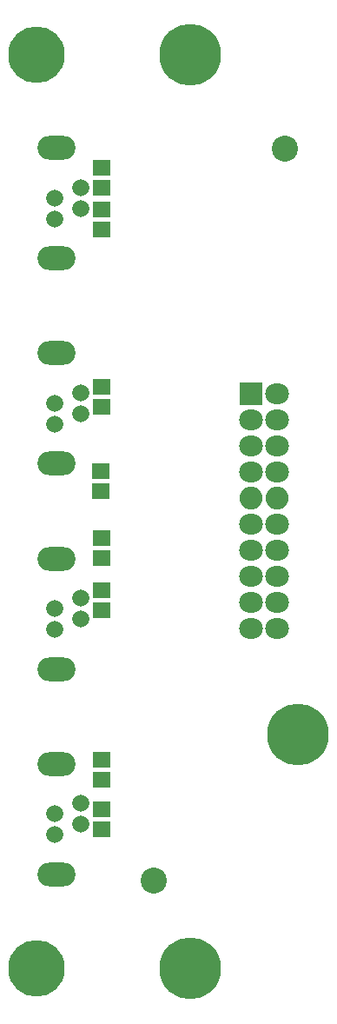
<source format=gbs>
G04 #@! TF.FileFunction,Soldermask,Bot*
%FSLAX46Y46*%
G04 Gerber Fmt 4.6, Leading zero omitted, Abs format (unit mm)*
G04 Created by KiCad (PCBNEW 4.0.4+e1-6308~48~ubuntu15.10.1-stable) date Tue Aug  8 09:27:19 2017*
%MOMM*%
%LPD*%
G01*
G04 APERTURE LIST*
%ADD10C,0.150000*%
%ADD11C,2.540000*%
%ADD12C,6.008000*%
%ADD13C,5.508000*%
%ADD14R,2.235200X2.235200*%
%ADD15O,2.308000X2.008000*%
%ADD16O,2.235200X2.235200*%
%ADD17C,1.668000*%
%ADD18O,3.708000X2.308000*%
%ADD19R,1.758000X1.508000*%
G04 APERTURE END LIST*
D10*
D11*
X77190600Y-131711700D03*
D12*
X80772000Y-51296000D03*
X80772000Y-140296000D03*
D13*
X65772000Y-140296000D03*
X65772000Y-51296000D03*
D14*
X86671200Y-84290000D03*
D15*
X89211200Y-84290000D03*
X86671200Y-86830000D03*
X89211200Y-86830000D03*
X86671200Y-89370000D03*
X89211200Y-89370000D03*
X86671200Y-91910000D03*
X89211200Y-91910000D03*
D16*
X86671200Y-94450000D03*
X89211200Y-94450000D03*
D15*
X86671200Y-96990000D03*
X89211200Y-96990000D03*
X86671200Y-99530000D03*
X89211200Y-99530000D03*
X86671200Y-102070000D03*
X89211200Y-102070000D03*
X86671200Y-104610000D03*
X89211200Y-104610000D03*
X86671200Y-107150000D03*
X89211200Y-107150000D03*
D12*
X91287600Y-117449600D03*
D17*
X70081200Y-126230000D03*
X70081200Y-124190000D03*
X67531200Y-125210000D03*
X67531200Y-127250000D03*
D18*
X67731200Y-131100000D03*
X67731200Y-120340000D03*
D17*
X70081200Y-106230000D03*
X70081200Y-104190000D03*
X67531200Y-105210000D03*
X67531200Y-107250000D03*
D18*
X67731200Y-111100000D03*
X67731200Y-100340000D03*
D17*
X70081200Y-86230000D03*
X70081200Y-84190000D03*
X67531200Y-85210000D03*
X67531200Y-87250000D03*
D18*
X67731200Y-91100000D03*
X67731200Y-80340000D03*
D17*
X70081200Y-66230000D03*
X70081200Y-64190000D03*
X67531200Y-65210000D03*
X67531200Y-67250000D03*
D18*
X67731200Y-71100000D03*
X67731200Y-60340000D03*
D19*
X72136000Y-100314000D03*
X72136000Y-98314000D03*
X72136000Y-103394000D03*
X72136000Y-105394000D03*
X72136000Y-124730000D03*
X72136000Y-126730000D03*
X72136000Y-121904000D03*
X72136000Y-119904000D03*
X72136000Y-66310000D03*
X72136000Y-68310000D03*
X72136000Y-64246000D03*
X72136000Y-62246000D03*
X72085200Y-91786200D03*
X72085200Y-93786200D03*
X72136000Y-85582000D03*
X72136000Y-83582000D03*
D11*
X89966800Y-60401200D03*
M02*

</source>
